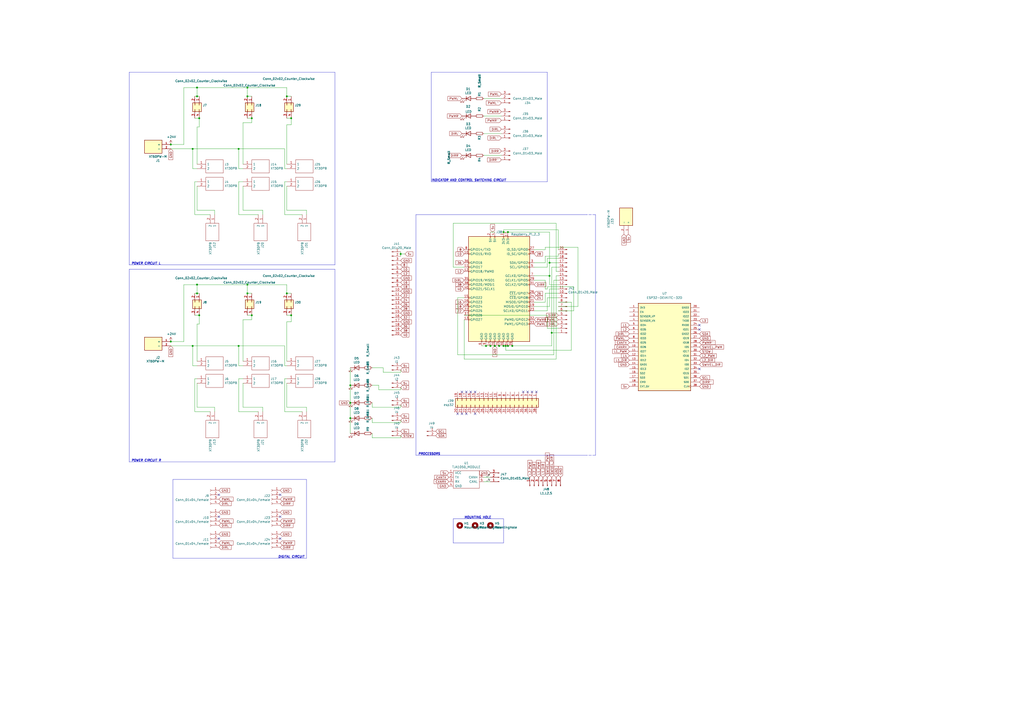
<source format=kicad_sch>
(kicad_sch (version 20211123) (generator eeschema)
  (paper "A2")
  (junction (at 99.06 198.12))
  (junction (at 111.76 86.36))
  (junction (at 99.06 83.82))
  (junction (at 294.64 134.62))
  (junction (at 292.1 134.62))
  (junction (at 168.91 182.88))
  (junction (at 166.37 170.18))
  (junction (at 232.41 147.32))
  (junction (at 289.56 200.66))
  (junction (at 138.43 200.66))
  (junction (at 166.37 55.88))
  (junction (at 114.3 170.18))
  (junction (at 114.3 55.88))
  (junction (at 284.48 200.66))
  (junction (at 203.2 242.57))
  (junction (at 138.43 86.36))
  (junction (at 318.77 152.4))
  (junction (at 203.2 223.52))
  (junction (at 143.51 170.18))
  (junction (at 143.51 50.8))
  (junction (at 143.51 165.1))
  (junction (at 297.18 200.66))
  (junction (at 168.91 68.58))
  (junction (at 114.3 165.1))
  (junction (at 203.2 233.68))
  (junction (at 114.3 50.8))
  (junction (at 146.05 182.88))
  (junction (at 294.64 200.66))
  (junction (at 111.76 200.66))
  (junction (at 115.57 182.88))
  (junction (at 292.1 200.66))
  (junction (at 320.04 193.04))
  (junction (at 287.02 200.66))
  (junction (at 146.05 68.58))
  (junction (at 143.51 55.88))
  (junction (at 293.37 200.66))
  (junction (at 318.77 160.02))
  (junction (at 281.94 200.66))
  (junction (at 115.57 68.58))
  (no_connect (at 270.51 240.03))
  (no_connect (at 127 287.02))
  (no_connect (at 275.59 240.03))
  (no_connect (at 267.97 240.03))
  (no_connect (at 127 299.72))
  (no_connect (at 405.765 191.135))
  (no_connect (at 308.61 227.33))
  (no_connect (at 303.53 227.33))
  (no_connect (at 306.07 227.33))
  (no_connect (at 162.56 299.72))
  (no_connect (at 405.765 213.995))
  (no_connect (at 270.51 227.33))
  (no_connect (at 267.97 227.33))
  (no_connect (at 273.05 227.33))
  (no_connect (at 162.56 287.02))
  (no_connect (at 265.43 240.03))
  (no_connect (at 275.59 227.33))
  (no_connect (at 405.765 188.595))
  (no_connect (at 127 312.42))
  (no_connect (at 311.15 227.33))
  (no_connect (at 162.56 312.42))
  (wire (pts (xy 318.77 165.1) (xy 323.85 165.1)))
  (wire (pts (xy 323.85 133.35) (xy 323.85 144.78)))
  (wire (pts (xy 232.41 215.9) (xy 232.41 214.63)))
  (wire (pts (xy 232.41 254) (xy 232.41 252.73)))
  (wire (pts (xy 219.71 226.06) (xy 232.41 226.06)))
  (wire (pts (xy 280.67 90.17) (xy 290.83 90.17)))
  (wire (pts (xy 215.9 236.22) (xy 232.41 236.22)))
  (wire (pts (xy 309.88 144.78) (xy 316.23 144.78)))
  (wire (pts (xy 317.5 149.86) (xy 323.85 149.86)))
  (wire (pts (xy 321.31 205.74) (xy 321.31 162.56)))
  (wire (pts (xy 99.06 200.66) (xy 111.76 200.66)))
  (wire (pts (xy 332.74 166.37) (xy 332.74 180.34)))
  (wire (pts (xy 138.43 200.66) (xy 165.1 200.66)))
  (wire (pts (xy 222.25 213.36) (xy 222.25 215.9)))
  (wire (pts (xy 309.88 180.34) (xy 317.5 180.34)))
  (wire (pts (xy 279.4 200.66) (xy 281.94 200.66)))
  (wire (pts (xy 166.37 222.25) (xy 166.37 236.22)))
  (wire (pts (xy 166.37 105.41) (xy 165.1 105.41)))
  (polyline (pts (xy 74.93 41.91) (xy 194.31 41.91)) (stroke (width 0) (type solid)))
  (wire (pts (xy 316.23 144.78) (xy 316.23 143.51)))
  (wire (pts (xy 165.1 238.76) (xy 175.26 238.76)))
  (wire (pts (xy 215.9 213.36) (xy 222.25 213.36)))
  (wire (pts (xy 114.3 187.96) (xy 115.57 187.96)))
  (wire (pts (xy 140.97 105.41) (xy 138.43 105.41)))
  (wire (pts (xy 140.97 209.55) (xy 140.97 185.42)))
  (wire (pts (xy 294.64 200.66) (xy 297.18 200.66)))
  (wire (pts (xy 111.76 212.09) (xy 114.3 212.09)))
  (wire (pts (xy 323.85 193.04) (xy 320.04 193.04)))
  (wire (pts (xy 317.5 172.72) (xy 323.85 172.72)))
  (wire (pts (xy 113.03 238.76) (xy 121.92 238.76)))
  (wire (pts (xy 165.1 86.36) (xy 165.1 97.79)))
  (wire (pts (xy 165.1 200.66) (xy 165.1 212.09)))
  (wire (pts (xy 309.88 152.4) (xy 316.23 152.4)))
  (wire (pts (xy 321.31 162.56) (xy 323.85 162.56)))
  (wire (pts (xy 265.43 205.74) (xy 321.31 205.74)))
  (wire (pts (xy 316.23 175.26) (xy 316.23 170.18)))
  (wire (pts (xy 166.37 170.18) (xy 168.91 170.18)))
  (wire (pts (xy 166.37 121.92) (xy 177.8 121.92)))
  (wire (pts (xy 309.88 154.94) (xy 317.5 154.94)))
  (wire (pts (xy 140.97 219.71) (xy 138.43 219.71)))
  (wire (pts (xy 114.3 222.25) (xy 114.3 236.22)))
  (wire (pts (xy 322.58 129.54) (xy 322.58 157.48)))
  (wire (pts (xy 215.9 251.46) (xy 215.9 254)))
  (wire (pts (xy 317.5 154.94) (xy 317.5 149.86)))
  (wire (pts (xy 114.3 95.25) (xy 114.3 73.66)))
  (wire (pts (xy 113.03 219.71) (xy 113.03 238.76)))
  (wire (pts (xy 143.51 55.88) (xy 146.05 55.88)))
  (wire (pts (xy 309.88 177.8) (xy 318.77 177.8)))
  (wire (pts (xy 292.1 133.35) (xy 323.85 133.35)))
  (polyline (pts (xy 317.5 105.41) (xy 317.5 41.91)) (stroke (width 0) (type solid)))
  (wire (pts (xy 318.77 167.64) (xy 318.77 177.8)))
  (wire (pts (xy 203.2 213.36) (xy 203.2 223.52)))
  (wire (pts (xy 114.3 55.88) (xy 114.3 50.8)))
  (wire (pts (xy 111.76 97.79) (xy 114.3 97.79)))
  (polyline (pts (xy 345.44 264.16) (xy 340.36 264.16)))
  (wire (pts (xy 140.97 107.95) (xy 140.97 121.92)))
  (polyline (pts (xy 292.1 300.99) (xy 292.1 314.96)) (stroke (width 0) (type solid)))
  (wire (pts (xy 320.04 193.04) (xy 320.04 200.66)))
  (wire (pts (xy 166.37 95.25) (xy 166.37 72.39)))
  (wire (pts (xy 114.3 209.55) (xy 114.3 187.96)))
  (wire (pts (xy 284.48 200.66) (xy 287.02 200.66)))
  (wire (pts (xy 124.46 236.22) (xy 124.46 238.76)))
  (wire (pts (xy 113.03 55.88) (xy 114.3 55.88)))
  (polyline (pts (xy 262.89 300.99) (xy 292.1 300.99)) (stroke (width 0) (type solid)))
  (wire (pts (xy 269.24 185.42) (xy 269.24 208.28)))
  (wire (pts (xy 99.06 83.82) (xy 106.68 83.82)))
  (wire (pts (xy 114.3 55.88) (xy 115.57 55.88)))
  (wire (pts (xy 113.03 124.46) (xy 121.92 124.46)))
  (wire (pts (xy 165.1 105.41) (xy 165.1 124.46)))
  (wire (pts (xy 143.51 68.58) (xy 146.05 68.58)))
  (wire (pts (xy 138.43 124.46) (xy 149.86 124.46)))
  (wire (pts (xy 316.23 167.64) (xy 317.5 167.64)))
  (wire (pts (xy 316.23 143.51) (xy 335.28 143.51)))
  (wire (pts (xy 166.37 209.55) (xy 166.37 186.69)))
  (wire (pts (xy 332.74 180.34) (xy 323.85 180.34)))
  (wire (pts (xy 114.3 170.18) (xy 114.3 165.1)))
  (wire (pts (xy 166.37 55.88) (xy 166.37 50.8)))
  (wire (pts (xy 335.28 177.8) (xy 323.85 177.8)))
  (wire (pts (xy 289.56 200.66) (xy 292.1 200.66)))
  (wire (pts (xy 166.37 236.22) (xy 177.8 236.22)))
  (wire (pts (xy 318.77 134.62) (xy 318.77 152.4)))
  (polyline (pts (xy 74.93 267.97) (xy 74.93 156.21)) (stroke (width 0) (type solid)))
  (wire (pts (xy 280.67 57.15) (xy 290.83 57.15)))
  (wire (pts (xy 317.5 166.37) (xy 332.74 166.37)))
  (wire (pts (xy 138.43 105.41) (xy 138.43 124.46)))
  (wire (pts (xy 318.77 160.02) (xy 318.77 165.1)))
  (wire (pts (xy 106.68 50.8) (xy 106.68 83.82)))
  (wire (pts (xy 146.05 68.58) (xy 146.05 71.12)))
  (wire (pts (xy 320.04 154.94) (xy 320.04 193.04)))
  (wire (pts (xy 280.67 276.86) (xy 284.48 276.86)))
  (wire (pts (xy 262.89 154.94) (xy 262.89 129.54)))
  (wire (pts (xy 138.43 212.09) (xy 140.97 212.09)))
  (polyline (pts (xy 241.3 124.46) (xy 340.36 124.46)) (stroke (width 0) (type solid)))
  (wire (pts (xy 292.1 134.62) (xy 294.64 134.62)))
  (wire (pts (xy 317.5 180.34) (xy 317.5 172.72)))
  (wire (pts (xy 309.88 160.02) (xy 318.77 160.02)))
  (wire (pts (xy 215.9 223.52) (xy 219.71 223.52)))
  (wire (pts (xy 262.89 129.54) (xy 322.58 129.54)))
  (wire (pts (xy 280.67 279.4) (xy 284.48 279.4)))
  (wire (pts (xy 138.43 86.36) (xy 165.1 86.36)))
  (wire (pts (xy 317.5 182.88) (xy 317.5 190.5)))
  (wire (pts (xy 166.37 68.58) (xy 168.91 68.58)))
  (wire (pts (xy 143.51 165.1) (xy 143.51 170.18)))
  (polyline (pts (xy 292.1 314.96) (xy 262.89 314.96)) (stroke (width 0) (type solid)))
  (wire (pts (xy 140.97 121.92) (xy 152.4 121.92)))
  (wire (pts (xy 138.43 238.76) (xy 149.86 238.76)))
  (wire (pts (xy 166.37 72.39) (xy 168.91 72.39)))
  (wire (pts (xy 168.91 68.58) (xy 168.91 72.39)))
  (wire (pts (xy 293.37 200.66) (xy 293.37 203.2)))
  (wire (pts (xy 215.9 245.11) (xy 232.41 245.11)))
  (wire (pts (xy 317.5 190.5) (xy 323.85 190.5)))
  (polyline (pts (xy 74.93 156.21) (xy 194.31 156.21)) (stroke (width 0) (type solid)))
  (wire (pts (xy 222.25 215.9) (xy 232.41 215.9)))
  (wire (pts (xy 166.37 219.71) (xy 165.1 219.71)))
  (wire (pts (xy 317.5 167.64) (xy 317.5 166.37)))
  (wire (pts (xy 320.04 154.94) (xy 323.85 154.94)))
  (wire (pts (xy 115.57 182.88) (xy 115.57 187.96)))
  (wire (pts (xy 114.3 73.66) (xy 115.57 73.66)))
  (wire (pts (xy 232.41 147.32) (xy 232.41 148.59)))
  (wire (pts (xy 166.37 182.88) (xy 168.91 182.88)))
  (wire (pts (xy 114.3 236.22) (xy 124.46 236.22)))
  (wire (pts (xy 232.41 245.11) (xy 232.41 243.84)))
  (wire (pts (xy 289.56 200.66) (xy 287.02 200.66)))
  (wire (pts (xy 106.68 165.1) (xy 106.68 198.12)))
  (polyline (pts (xy 194.31 41.91) (xy 194.31 153.67)) (stroke (width 0) (type solid)))
  (wire (pts (xy 219.71 223.52) (xy 219.71 226.06)))
  (wire (pts (xy 114.3 219.71) (xy 113.03 219.71)))
  (wire (pts (xy 165.1 212.09) (xy 166.37 212.09)))
  (wire (pts (xy 316.23 148.59) (xy 323.85 148.59)))
  (wire (pts (xy 113.03 68.58) (xy 115.57 68.58)))
  (wire (pts (xy 143.51 170.18) (xy 146.05 170.18)))
  (wire (pts (xy 203.2 223.52) (xy 203.2 233.68)))
  (wire (pts (xy 111.76 86.36) (xy 138.43 86.36)))
  (wire (pts (xy 168.91 182.88) (xy 168.91 186.69)))
  (wire (pts (xy 318.77 152.4) (xy 323.85 152.4)))
  (polyline (pts (xy 194.31 156.21) (xy 194.31 267.97)) (stroke (width 0) (type solid)))
  (wire (pts (xy 269.24 182.88) (xy 317.5 182.88)))
  (wire (pts (xy 215.9 242.57) (xy 215.9 245.11)))
  (wire (pts (xy 115.57 68.58) (xy 115.57 73.66)))
  (wire (pts (xy 293.37 200.66) (xy 292.1 200.66)))
  (wire (pts (xy 165.1 97.79) (xy 166.37 97.79)))
  (wire (pts (xy 309.88 175.26) (xy 316.23 175.26)))
  (polyline (pts (xy 340.36 264.16) (xy 241.3 264.16)) (stroke (width 0) (type solid)))
  (wire (pts (xy 232.41 236.22) (xy 232.41 234.95)))
  (wire (pts (xy 281.94 200.66) (xy 284.48 200.66)))
  (wire (pts (xy 166.37 107.95) (xy 166.37 121.92)))
  (wire (pts (xy 265.43 172.72) (xy 265.43 205.74)))
  (wire (pts (xy 335.28 143.51) (xy 335.28 177.8)))
  (wire (pts (xy 111.76 86.36) (xy 111.76 97.79)))
  (polyline (pts (xy 250.19 105.41) (xy 317.5 105.41)) (stroke (width 0) (type solid)))
  (wire (pts (xy 143.51 50.8) (xy 166.37 50.8)))
  (wire (pts (xy 322.58 160.02) (xy 323.85 160.02)))
  (wire (pts (xy 138.43 200.66) (xy 138.43 212.09)))
  (wire (pts (xy 152.4 236.22) (xy 152.4 238.76)))
  (polyline (pts (xy 177.8 278.13) (xy 177.8 323.85)) (stroke (width 0) (type solid)))
  (wire (pts (xy 114.3 107.95) (xy 114.3 121.92)))
  (wire (pts (xy 203.2 242.57) (xy 203.2 251.46)))
  (polyline (pts (xy 250.19 41.91) (xy 250.19 105.41)) (stroke (width 0) (type solid)))
  (wire (pts (xy 143.51 50.8) (xy 143.51 55.88)))
  (wire (pts (xy 166.37 170.18) (xy 166.37 165.1)))
  (wire (pts (xy 146.05 182.88) (xy 146.05 185.42)))
  (wire (pts (xy 322.58 208.28) (xy 322.58 160.02)))
  (wire (pts (xy 297.18 200.66) (xy 320.04 200.66)))
  (polyline (pts (xy 100.33 323.85) (xy 100.33 278.13)) (stroke (width 0) (type solid)))
  (wire (pts (xy 140.97 222.25) (xy 140.97 236.22)))
  (wire (pts (xy 114.3 50.8) (xy 106.68 50.8)))
  (wire (pts (xy 166.37 186.69) (xy 168.91 186.69)))
  (wire (pts (xy 138.43 97.79) (xy 140.97 97.79)))
  (wire (pts (xy 143.51 165.1) (xy 166.37 165.1)))
  (wire (pts (xy 290.83 67.31) (xy 280.67 67.31)))
  (wire (pts (xy 152.4 121.92) (xy 152.4 124.46)))
  (wire (pts (xy 114.3 121.92) (xy 124.46 121.92)))
  (wire (pts (xy 309.88 162.56) (xy 316.23 162.56)))
  (wire (pts (xy 316.23 152.4) (xy 316.23 148.59)))
  (wire (pts (xy 114.3 165.1) (xy 106.68 165.1)))
  (wire (pts (xy 124.46 121.92) (xy 124.46 124.46)))
  (wire (pts (xy 99.06 86.36) (xy 111.76 86.36)))
  (wire (pts (xy 138.43 219.71) (xy 138.43 238.76)))
  (wire (pts (xy 140.97 236.22) (xy 152.4 236.22)))
  (wire (pts (xy 323.85 148.59) (xy 323.85 147.32)))
  (wire (pts (xy 232.41 146.05) (xy 232.41 147.32)))
  (wire (pts (xy 322.58 157.48) (xy 323.85 157.48)))
  (wire (pts (xy 113.03 105.41) (xy 113.03 124.46)))
  (wire (pts (xy 177.8 121.92) (xy 177.8 124.46)))
  (wire (pts (xy 287.02 134.62) (xy 284.48 134.62)))
  (polyline (pts (xy 241.3 264.16) (xy 241.3 124.46)) (stroke (width 0) (type solid)))
  (wire (pts (xy 232.41 226.06) (xy 232.41 224.79)))
  (wire (pts (xy 111.76 200.66) (xy 138.43 200.66)))
  (wire (pts (xy 177.8 236.22) (xy 177.8 238.76)))
  (wire (pts (xy 269.24 154.94) (xy 262.89 154.94)))
  (polyline (pts (xy 100.33 278.13) (xy 177.8 278.13)) (stroke (width 0) (type solid)))
  (wire (pts (xy 166.37 55.88) (xy 168.91 55.88)))
  (wire (pts (xy 215.9 233.68) (xy 215.9 236.22)))
  (wire (pts (xy 143.51 182.88) (xy 146.05 182.88)))
  (wire (pts (xy 331.47 175.26) (xy 323.85 175.26)))
  (wire (pts (xy 265.43 172.72) (xy 269.24 172.72)))
  (polyline (pts (xy 317.5 41.91) (xy 250.19 41.91)) (stroke (width 0) (type solid)))
  (wire (pts (xy 114.3 165.1) (xy 143.51 165.1)))
  (polyline (pts (xy 345.44 124.46) (xy 345.44 264.16)) (stroke (width 0) (type solid)))
  (wire (pts (xy 140.97 95.25) (xy 140.97 71.12)))
  (wire (pts (xy 293.37 203.2) (xy 331.47 203.2)))
  (wire (pts (xy 318.77 152.4) (xy 318.77 160.02)))
  (wire (pts (xy 316.23 170.18) (xy 323.85 170.18)))
  (wire (pts (xy 215.9 254) (xy 232.41 254)))
  (wire (pts (xy 203.2 233.68) (xy 203.2 242.57)))
  (wire (pts (xy 140.97 185.42) (xy 146.05 185.42)))
  (polyline (pts (xy 194.31 153.67) (xy 74.93 153.67)) (stroke (width 0) (type solid)))
  (wire (pts (xy 331.47 203.2) (xy 331.47 175.26)))
  (wire (pts (xy 234.95 147.32) (xy 232.41 147.32)))
  (wire (pts (xy 114.3 105.41) (xy 113.03 105.41)))
  (wire (pts (xy 140.97 71.12) (xy 146.05 71.12)))
  (wire (pts (xy 292.1 134.62) (xy 292.1 133.35)))
  (wire (pts (xy 138.43 86.36) (xy 138.43 97.79)))
  (wire (pts (xy 165.1 124.46) (xy 175.26 124.46)))
  (wire (pts (xy 165.1 219.71) (xy 165.1 238.76)))
  (wire (pts (xy 316.23 162.56) (xy 316.23 167.64)))
  (wire (pts (xy 294.64 134.62) (xy 318.77 134.62)))
  (wire (pts (xy 111.76 200.66) (xy 111.76 212.09)))
  (wire (pts (xy 114.3 170.18) (xy 115.57 170.18)))
  (wire (pts (xy 113.03 170.18) (xy 114.3 170.18)))
  (wire (pts (xy 114.3 50.8) (xy 143.51 50.8)))
  (polyline (pts (xy 262.89 314.96) (xy 262.89 300.99)) (stroke (width 0) (type solid)))
  (polyline (pts (xy 74.93 153.67) (xy 74.93 41.91)) (stroke (width 0) (type solid)))
  (wire (pts (xy 99.06 198.12) (xy 106.68 198.12)))
  (wire (pts (xy 318.77 167.64) (xy 323.85 167.64)))
  (polyline (pts (xy 177.8 323.85) (xy 100.33 323.85)) (stroke (width 0) (type solid)))
  (wire (pts (xy 113.03 182.88) (xy 115.57 182.88)))
  (wire (pts (xy 269.24 208.28) (xy 322.58 208.28)))
  (wire (pts (xy 294.64 200.66) (xy 293.37 200.66)))
  (polyline (pts (xy 345.44 124.46) (xy 340.36 124.46)))
  (polyline (pts (xy 194.31 267.97) (xy 74.93 267.97)) (stroke (width 0) (type solid)))
  (wire (pts (xy 290.83 77.47) (xy 280.67 77.47)))
  (text "INDICATOR AND CONTROL SWITCHING CIRCUIT\n" (at 250.19 105.41 0) (effects (font (size 1.27 1.27) (thickness 0.254) bold italic) (justify left bottom)))
  (text "DIGITAL CIRCUIT\n" (at 161.29 323.85 0) (effects (font (size 1.27 1.27) (thickness 0.254) bold italic) (justify left bottom)))
  (text "MOUNTING HOLE" (at 269.24 300.99 0) (effects (font (size 1.27 1.27) (thickness 0.254) bold italic) (justify left bottom)))
  (text "POWER CIRCUIT L\n" (at 76.2 153.67 0) (effects (font (size 1.27 1.27) (thickness 0.254) bold italic) (justify left bottom)))
  (text "POWER CIRCUIT R" (at 76.2 267.97 0) (effects (font (size 1.27 1.27) (thickness 0.254) bold italic) (justify left bottom)))
  (text "PROCESSORS" (at 242.57 264.16 0) (effects (font (size 1.27 1.27) (thickness 0.254) bold italic) (justify left bottom)))
  (label "_P" (at 281.94 276.86 0))
  (label "_N" (at 281.94 279.4 0))
  (global_label "PWMR'" (shape input) (at 162.56 302.26 0) (property "Intersheet References" "${INTERSHEET_REFS}" (effects hide)))
  (global_label "26" (shape input) (at 309.88 170.18 0) (property "Intersheet References" "${INTERSHEET_REFS}" (effects hide)))
  (global_label "22" (shape input) (at 232.41 171.45 0) (property "Intersheet References" "${INTERSHEET_REFS}" (effects hide)))
  (global_label "40" (shape input) (at 232.41 194.31 0) (property "Intersheet References" "${INTERSHEET_REFS}" (effects hide)))
  (global_label "PWMR" (shape input) (at 290.83 64.77 180) (property "Intersheet References" "${INTERSHEET_REFS}" (effects hide)))
  (global_label "8" (shape input) (at 269.24 144.78 180) (property "Intersheet References" "${INTERSHEET_REFS}" (effects hide)))
  (global_label "5v" (shape input) (at 232.41 241.3 0) (property "Intersheet References" "${INTERSHEET_REFS}" (effects hide)))
  (global_label "GND" (shape input) (at 232.41 161.29 0) (property "Intersheet References" "${INTERSHEET_REFS}" (effects hide)))
  (global_label "GND" (shape input) (at 232.41 151.13 0) (property "Intersheet References" "${INTERSHEET_REFS}" (effects hide)))
  (global_label "5v" (shape input) (at 364.49 135.89 270) (property "Intersheet References" "${INTERSHEET_REFS}" (effects hide)))
  (global_label "DIRL''" (shape input) (at 365.125 193.675 180) (property "Intersheet References" "${INTERSHEET_REFS}" (effects hide)))
  (global_label "L1_PWM" (shape input) (at 365.125 203.835 180) (property "Intersheet References" "${INTERSHEET_REFS}" (effects hide)))
  (global_label "PWML'" (shape input) (at 127 314.96 0) (property "Intersheet References" "${INTERSHEET_REFS}" (effects hide)))
  (global_label "GND" (shape input) (at 127 309.88 0) (property "Intersheet References" "${INTERSHEET_REFS}" (effects hide)))
  (global_label "DIRR" (shape input) (at 309.88 165.1 0) (property "Intersheet References" "${INTERSHEET_REFS}" (effects hide)))
  (global_label "32" (shape input) (at 232.41 184.15 0) (property "Intersheet References" "${INTERSHEET_REFS}" (effects hide)))
  (global_label "PWMR''" (shape input) (at 405.765 198.755 0) (property "Intersheet References" "${INTERSHEET_REFS}" (effects hide)))
  (global_label "DIRR" (shape input) (at 323.85 182.88 180) (property "Intersheet References" "${INTERSHEET_REFS}" (effects hide)))
  (global_label "GND" (shape input) (at 162.56 284.48 0) (property "Intersheet References" "${INTERSHEET_REFS}" (effects hide)))
  (global_label "PWML" (shape input) (at 323.85 185.42 180) (property "Intersheet References" "${INTERSHEET_REFS}" (effects hide)))
  (global_label "L1" (shape input) (at 232.41 214.63 0) (property "Intersheet References" "${INTERSHEET_REFS}" (effects hide)))
  (global_label "GND" (shape input) (at 127 284.48 0) (property "Intersheet References" "${INTERSHEET_REFS}" (effects hide)))
  (global_label "PWML'" (shape input) (at 127 289.56 0) (property "Intersheet References" "${INTERSHEET_REFS}" (effects hide)))
  (global_label "GND" (shape input) (at 99.06 86.36 270) (property "Intersheet References" "${INTERSHEET_REFS}" (effects hide)))
  (global_label "PWML'" (shape input) (at 127 302.26 0) (property "Intersheet References" "${INTERSHEET_REFS}" (effects hide)))
  (global_label "36" (shape input) (at 269.24 152.4 180) (property "Intersheet References" "${INTERSHEET_REFS}" (effects hide)))
  (global_label "26" (shape input) (at 232.41 176.53 0) (property "Intersheet References" "${INTERSHEET_REFS}" (effects hide)))
  (global_label "DIRL'" (shape input) (at 127 304.8 0) (property "Intersheet References" "${INTERSHEET_REFS}" (effects hide)))
  (global_label "GND" (shape input) (at 99.06 200.66 270) (property "Intersheet References" "${INTERSHEET_REFS}" (effects hide)))
  (global_label "L2_PWM" (shape input) (at 405.765 206.375 0) (property "Intersheet References" "${INTERSHEET_REFS}" (effects hide)))
  (global_label "L1" (shape input) (at 365.125 188.595 180) (property "Intersheet References" "${INTERSHEET_REFS}" (effects hide)))
  (global_label "PWML" (shape input) (at 290.83 54.61 180) (property "Intersheet References" "${INTERSHEET_REFS}" (effects hide)))
  (global_label "L1_PWM" (shape input) (at 312.42 276.86 90) (property "Intersheet References" "${INTERSHEET_REFS}" (effects hide)))
  (global_label "DIRR" (shape input) (at 290.83 87.63 180) (property "Intersheet References" "${INTERSHEET_REFS}" (effects hide)))
  (global_label "PWML''" (shape input) (at 365.125 196.215 180) (property "Intersheet References" "${INTERSHEET_REFS}" (effects hide)))
  (global_label "DIRL" (shape input) (at 290.83 74.93 180) (property "Intersheet References" "${INTERSHEET_REFS}" (effects hide)))
  (global_label "DIRR''" (shape input) (at 405.765 221.615 0) (property "Intersheet References" "${INTERSHEET_REFS}" (effects hide)))
  (global_label "16" (shape input) (at 232.41 163.83 0) (property "Intersheet References" "${INTERSHEET_REFS}" (effects hide)))
  (global_label "CANTX" (shape input) (at 365.125 198.755 180) (property "Intersheet References" "${INTERSHEET_REFS}" (effects hide)))
  (global_label "L2_DIR" (shape input) (at 309.88 276.86 90) (property "Intersheet References" "${INTERSHEET_REFS}" (effects hide)))
  (global_label "GND" (shape input) (at 287.02 200.66 270) (property "Intersheet References" "${INTERSHEET_REFS}" (effects hide)))
  (global_label "18" (shape input) (at 269.24 177.8 180) (property "Intersheet References" "${INTERSHEET_REFS}" (effects hide)))
  (global_label "DIRR'" (shape input) (at 162.56 317.5 0) (property "Intersheet References" "${INTERSHEET_REFS}" (effects hide)))
  (global_label "PWMR'" (shape input) (at 162.56 314.96 0) (property "Intersheet References" "${INTERSHEET_REFS}" (effects hide)))
  (global_label "GND" (shape input) (at 232.41 181.61 0) (property "Intersheet References" "${INTERSHEET_REFS}" (effects hide)))
  (global_label "L2_DIR" (shape input) (at 405.765 208.915 0) (property "Intersheet References" "${INTERSHEET_REFS}" (effects hide)))
  (global_label "GND" (shape input) (at 365.125 211.455 180) (property "Intersheet References" "${INTERSHEET_REFS}" (effects hide)))
  (global_label "L1_DIR" (shape input) (at 365.125 208.915 180) (property "Intersheet References" "${INTERSHEET_REFS}" (effects hide)))
  (global_label "GND" (shape input) (at 127 297.18 0) (property "Intersheet References" "${INTERSHEET_REFS}" (effects hide)))
  (global_label "STOW" (shape input) (at 232.41 252.73 0) (property "Intersheet References" "${INTERSHEET_REFS}" (effects hide)))
  (global_label "24" (shape input) (at 309.88 172.72 0) (property "Intersheet References" "${INTERSHEET_REFS}" (effects hide)))
  (global_label "38" (shape input) (at 232.41 191.77 0) (property "Intersheet References" "${INTERSHEET_REFS}" (effects hide)))
  (global_label "5v" (shape input) (at 232.41 222.25 0) (property "Intersheet References" "${INTERSHEET_REFS}" (effects hide)))
  (global_label "GND" (shape input) (at 405.765 196.215 0) (property "Intersheet References" "${INTERSHEET_REFS}" (effects hide)))
  (global_label "CANRX" (shape input) (at 260.35 279.4 180) (property "Intersheet References" "${INTERSHEET_REFS}" (effects hide)))
  (global_label "28" (shape input) (at 309.88 147.32 0) (property "Intersheet References" "${INTERSHEET_REFS}" (effects hide)))
  (global_label "L2" (shape input) (at 365.125 191.135 180) (property "Intersheet References" "${INTERSHEET_REFS}" (effects hide)))
  (global_label "DIRR'" (shape input) (at 267.97 90.17 180) (property "Intersheet References" "${INTERSHEET_REFS}" (effects hide)))
  (global_label "5v" (shape input) (at 232.41 250.19 0) (property "Intersheet References" "${INTERSHEET_REFS}" (effects hide)))
  (global_label "PWML''" (shape input) (at 290.83 59.69 180) (property "Intersheet References" "${INTERSHEET_REFS}" (effects hide)))
  (global_label "L4" (shape input) (at 365.125 206.375 180) (property "Intersheet References" "${INTERSHEET_REFS}" (effects hide)))
  (global_label "5v" (shape input) (at 260.35 274.32 180) (property "Intersheet References" "${INTERSHEET_REFS}" (effects hide)))
  (global_label "10" (shape input) (at 269.24 147.32 180) (property "Intersheet References" "${INTERSHEET_REFS}" (effects hide)))
  (global_label "L1_DIR" (shape input) (at 314.96 276.86 90) (property "Intersheet References" "${INTERSHEET_REFS}" (effects hide)))
  (global_label "DIRL" (shape input) (at 323.85 187.96 180) (property "Intersheet References" "${INTERSHEET_REFS}" (effects hide)))
  (global_label "L3" (shape input) (at 405.765 186.055 0) (property "Intersheet References" "${INTERSHEET_REFS}" (effects hide)))
  (global_label "5v" (shape input) (at 285.75 134.62 90) (property "Intersheet References" "${INTERSHEET_REFS}" (effects hide)))
  (global_label "SCL" (shape input) (at 252.73 250.19 0) (property "Intersheet References" "${INTERSHEET_REFS}" (effects hide)))
  (global_label "5v" (shape input) (at 365.125 224.155 180) (property "Intersheet References" "${INTERSHEET_REFS}" (effects hide)))
  (global_label "DIRR'" (shape input) (at 162.56 292.1 0) (property "Intersheet References" "${INTERSHEET_REFS}" (effects hide)))
  (global_label "DIRL" (shape input) (at 269.24 162.56 180) (property "Intersheet References" "${INTERSHEET_REFS}" (effects hide)))
  (global_label "8" (shape input) (at 232.41 153.67 0) (property "Intersheet References" "${INTERSHEET_REFS}" (effects hide)))
  (global_label "PWMR''" (shape input) (at 290.83 69.85 180) (property "Intersheet References" "${INTERSHEET_REFS}" (effects hide)))
  (global_label "GND" (shape input) (at 260.35 281.94 180) (property "Intersheet References" "${INTERSHEET_REFS}" (effects hide)))
  (global_label "GND" (shape input) (at 162.56 309.88 0) (property "Intersheet References" "${INTERSHEET_REFS}" (effects hide)))
  (global_label "SWIVEL_PWM" (shape input) (at 405.765 201.295 0) (property "Intersheet References" "${INTERSHEET_REFS}" (effects hide)))
  (global_label "24" (shape input) (at 232.41 173.99 0) (property "Intersheet References" "${INTERSHEET_REFS}" (effects hide)))
  (global_label "GND" (shape input) (at 203.2 233.68 180) (property "Intersheet References" "${INTERSHEET_REFS}" (effects hide)))
  (global_label "STOW" (shape input) (at 405.765 203.835 0) (property "Intersheet References" "${INTERSHEET_REFS}" (effects hide)))
  (global_label "5v" (shape input) (at 232.41 212.09 0) (property "Intersheet References" "${INTERSHEET_REFS}" (effects hide)))
  (global_label "28" (shape input) (at 232.41 179.07 0) (property "Intersheet References" "${INTERSHEET_REFS}" (effects hide)))
  (global_label "GND" (shape input) (at 325.12 276.86 90) (property "Intersheet References" "${INTERSHEET_REFS}" (effects hide)))
  (global_label "18" (shape input) (at 232.41 166.37 0) (property "Intersheet References" "${INTERSHEET_REFS}" (effects hide)))
  (global_label "22" (shape input) (at 269.24 180.34 180) (property "Intersheet References" "${INTERSHEET_REFS}" (effects hide)))
  (global_label "PWML" (shape input) (at 309.88 187.96 0) (property "Intersheet References" "${INTERSHEET_REFS}" (effects hide)))
  (global_label "L3" (shape input) (at 232.41 234.95 0) (property "Intersheet References" "${INTERSHEET_REFS}" (effects hide)))
  (global_label "SDA" (shape input) (at 252.73 252.73 0) (property "Intersheet References" "${INTERSHEET_REFS}" (effects hide)))
  (global_label "PWMR'" (shape input) (at 267.97 67.31 180) (property "Intersheet References" "${INTERSHEET_REFS}" (effects hide)))
  (global_label "16" (shape input) (at 269.24 175.26 180) (property "Intersheet References" "${INTERSHEET_REFS}" (effects hide)))
  (global_label "DIRL'" (shape input) (at 267.97 77.47 180) (property "Intersheet References" "${INTERSHEET_REFS}" (effects hide)))
  (global_label "DIRL''" (shape input) (at 290.83 80.01 180) (property "Intersheet References" "${INTERSHEET_REFS}" (effects hide)))
  (global_label "DIRR''" (shape input) (at 290.83 92.71 180) (property "Intersheet References" "${INTERSHEET_REFS}" (effects hide)))
  (global_label "DIRL'" (shape input) (at 127 292.1 0) (property "Intersheet References" "${INTERSHEET_REFS}" (effects hide)))
  (global_label "SWIVEL_PWM" (shape input) (at 317.5 276.86 90) (property "Intersheet References" "${INTERSHEET_REFS}" (effects hide)))
  (global_label "38" (shape input) (at 269.24 165.1 180) (property "Intersheet References" "${INTERSHEET_REFS}" (effects hide)))
  (global_label "GND" (shape input) (at 361.95 135.89 270) (property "Intersheet References" "${INTERSHEET_REFS}" (effects hide)))
  (global_label "5v" (shape input) (at 232.41 232.41 0) (property "Intersheet References" "${INTERSHEET_REFS}" (effects hide)))
  (global_label "CANTX" (shape input) (at 260.35 276.86 180) (property "Intersheet References" "${INTERSHEET_REFS}" (effects hide)))
  (global_label "GND" (shape input) (at 232.41 168.91 0) (property "Intersheet References" "${INTERSHEET_REFS}" (effects hide)))
  (global_label "SWIVEL_DIR" (shape input) (at 405.765 211.455 0) (property "Intersheet References" "${INTERSHEET_REFS}" (effects hide)))
  (global_label "5v" (shape input) (at 234.95 147.32 0) (property "Intersheet References" "${INTERSHEET_REFS}" (effects hide)))
  (global_label "GND" (shape input) (at 162.56 297.18 0) (property "Intersheet References" "${INTERSHEET_REFS}" (effects hide)))
  (global_label "SDA" (shape input) (at 405.765 193.675 0) (property "Intersheet References" "${INTERSHEET_REFS}" (effects hide)))
  (global_label "40" (shape input) (at 269.24 167.64 180) (property "Intersheet References" "${INTERSHEET_REFS}" (effects hide)))
  (global_label "DIRR'" (shape input) (at 162.56 304.8 0) (property "Intersheet References" "${INTERSHEET_REFS}" (effects hide)))
  (global_label "PWMR'" (shape input) (at 162.56 289.56 0) (property "Intersheet References" "${INTERSHEET_REFS}" (effects hide)))
  (global_label "SWIVEL_DIR" (shape input) (at 320.04 276.86 90) (property "Intersheet References" "${INTERSHEET_REFS}" (effects hide)))
  (global_label "12" (shape input) (at 232.41 158.75 0) (property "Intersheet References" "${INTERSHEET_REFS}" (effects hide)))
  (global_label "CANRX" (shape input) (at 365.125 201.295 180) (property "Intersheet References" "${INTERSHEET_REFS}" (effects hide)))
  (global_label "GND" (shape input) (at 284.48 274.32 180) (property "Intersheet References" "${INTERSHEET_REFS}" (effects hide)))
  (global_label "DIRL'" (shape input) (at 127 317.5 0) (property "Intersheet References" "${INTERSHEET_REFS}" (effects hide)))
  (global_label "10" (shape input) (at 232.41 156.21 0) (property "Intersheet References" "${INTERSHEET_REFS}" (effects hide)))
  (global_label "GND" (shape input) (at 405.765 224.155 0) (property "Intersheet References" "${INTERSHEET_REFS}" (effects hide)))
  (global_label "36" (shape input) (at 232.41 189.23 0) (property "Intersheet References" "${INTERSHEET_REFS}" (effects hide)))
  (global_label "L2_PWM" (shape input) (at 307.34 276.86 90) (property "Intersheet References" "${INTERSHEET_REFS}" (effects hide)))
  (global_label "GND" (shape input) (at 232.41 186.69 0) (property "Intersheet References" "${INTERSHEET_REFS}" (effects hide)))
  (global_label "L4" (shape input) (at 232.41 243.84 0) (property "Intersheet References" "${INTERSHEET_REFS}" (effects hide)))
  (global_label "GND" (shape input) (at 322.58 276.86 90) (property "Intersheet References" "${INTERSHEET_REFS}" (effects hide)))
  (global_label "PWMR" (shape input) (at 309.88 185.42 0) (property "Intersheet References" "${INTERSHEET_REFS}" (effects hide)))
  (global_label "PWML'" (shape input) (at 267.97 57.15 180) (property "Intersheet References" "${INTERSHEET_REFS}" (effects hide)))
  (global_label "12" (shape input) (at 269.24 157.48 180) (property "Intersheet References" "${INTERSHEET_REFS}" (effects hide)))
  (global_label "SCL" (shape input) (at 405.765 219.075 0) (property "Intersheet References" "${INTERSHEET_REFS}" (effects hide)))
  (global_label "L2" (shape input) (at 232.41 224.79 0) (property "Intersheet References" "${INTERSHEET_REFS}" (effects hide)))
  (symbol (lib_id "power:+24V") (at 99.06 83.82 0) (unit 1)
    (property "Reference" "#PWR01" (effects hide))
    (property "Value" "+24V" (at 99.441 79.4258 0))
  )
  (symbol (lib_id "Connector_Generic:Conn_02x02_Counter_Clockwise") (at 115.57 60.96 270) (unit 1)
    (property "Reference" "J7" (at 117.602 61.0616 90) (effects (justify left)))
    (property "Value" "Conn_02x02_Counter_Clockwise" (at 101.6 46.99 90) (effects (justify left)))
    (property "Footprint" "fuse holder:fuseholder_355720" (effects hide))
  )
  (symbol (lib_id "Connector_Generic:Conn_02x02_Counter_Clockwise") (at 146.05 60.96 270) (unit 1)
    (property "Reference" "J18" (at 148.082 61.0616 90) (effects (justify left)))
    (property "Value" "Conn_02x02_Counter_Clockwise" (at 129.54 49.53 90) (effects (justify left)))
    (property "Footprint" "fuse holder:fuseholder_355720" (effects hide))
  )
  (symbol (lib_id "Connector_Generic:Conn_02x02_Counter_Clockwise") (at 168.91 60.96 270) (unit 1)
    (property "Reference" "J29" (at 170.942 61.0616 90) (effects (justify left)))
    (property "Value" "Conn_02x02_Counter_Clockwise" (at 152.4 45.72 90) (effects (justify left)))
    (property "Footprint" "fuse holder:fuseholder_355720" (effects hide))
  )
  (symbol (lib_id "2023-control-pcb-rescue:XT60PW-M-xt60") (at 88.9 86.36 0) (mirror y) (unit 1)
    (property "Reference" "J1" (at 91.6178 93.1418 0))
    (property "Value" "XT60PW-M" (at 91.6178 90.8304 0))
    (property "Footprint" "xt60:AMASS_XT60PW-M" (effects hide))
    (property "MAXIMUM_PACKAGE_HEIGHT" "8.4 mm" (effects hide))
    (property "STANDARD" "Manufacturer recommendations" (effects hide))
    (property "PARTREV" "V1.2" (effects hide))
    (property "MANUFACTURER" "AMASS" (effects hide))
  )
  (symbol (lib_id "2023-control-pcb-rescue:XT30PB-xt30") (at 140.97 95.25 0) (unit 1)
    (property "Reference" "J14" (at 156.9212 95.3516 0) (effects (justify left)))
    (property "Value" "XT30PB" (at 156.9212 97.663 0) (effects (justify left)))
    (property "Footprint" "general components:XT30PB" (effects hide))
    (property "Datasheet" "https://www.tme.eu/Document/4acc913878197f8c2e30d4b8cdc47230/XT30UPB%20SPEC.pdf" (effects hide))
    (property "Description" "Mini XT60 XT30 Connector for RC Multirotor Racing Drone Quadcopter" (effects hide))
    (property "Height" "10.7" (effects hide))
    (property "Manufacturer_Name" "Amass" (effects hide))
    (property "Manufacturer_Part_Number" "XT30PB" (effects hide))
  )
  (symbol (lib_id "2023-control-pcb-rescue:XT30PB-xt30") (at 140.97 105.41 0) (unit 1)
    (property "Reference" "J15" (at 156.9212 105.5116 0) (effects (justify left)))
    (property "Value" "XT30PB" (at 156.9212 107.823 0) (effects (justify left)))
    (property "Footprint" "general components:XT30PB" (effects hide))
    (property "Datasheet" "https://www.tme.eu/Document/4acc913878197f8c2e30d4b8cdc47230/XT30UPB%20SPEC.pdf" (effects hide))
    (property "Description" "Mini XT60 XT30 Connector for RC Multirotor Racing Drone Quadcopter" (effects hide))
    (property "Height" "10.7" (effects hide))
    (property "Manufacturer_Name" "Amass" (effects hide))
    (property "Manufacturer_Part_Number" "XT30PB" (effects hide))
  )
  (symbol (lib_id "2023-control-pcb-rescue:XT30PB-xt30") (at 114.3 95.25 0) (unit 1)
    (property "Reference" "J3" (at 130.2512 95.3516 0) (effects (justify left)))
    (property "Value" "XT30PB" (at 130.2512 97.663 0) (effects (justify left)))
    (property "Footprint" "general components:XT30PB" (effects hide))
    (property "Datasheet" "https://www.tme.eu/Document/4acc913878197f8c2e30d4b8cdc47230/XT30UPB%20SPEC.pdf" (effects hide))
    (property "Description" "Mini XT60 XT30 Connector for RC Multirotor Racing Drone Quadcopter" (effects hide))
    (property "Height" "10.7" (effects hide))
    (property "Manufacturer_Name" "Amass" (effects hide))
    (property "Manufacturer_Part_Number" "XT30PB" (effects hide))
  )
  (symbol (lib_id "2023-control-pcb-rescue:XT30PB-xt30") (at 114.3 105.41 0) (unit 1)
    (property "Reference" "J4" (at 130.2512 105.5116 0) (effects (justify left)))
    (property "Value" "XT30PB" (at 130.2512 107.823 0) (effects (justify left)))
    (property "Footprint" "general components:XT30PB" (effects hide))
    (property "Datasheet" "https://www.tme.eu/Document/4acc913878197f8c2e30d4b8cdc47230/XT30UPB%20SPEC.pdf" (effects hide))
    (property "Description" "Mini XT60 XT30 Connector for RC Multirotor Racing Drone Quadcopter" (effects hide))
    (property "Height" "10.7" (effects hide))
    (property "Manufacturer_Name" "Amass" (effects hide))
    (property "Manufacturer_Part_Number" "XT30PB" (effects hide))
  )
  (symbol (lib_id "2023-control-pcb-rescue:XT30PB-xt30") (at 166.37 95.25 0) (unit 1)
    (property "Reference" "J25" (at 182.3212 95.3516 0) (effects (justify left)))
    (property "Value" "XT30PB" (at 182.3212 97.663 0) (effects (justify left)))
    (property "Footprint" "general components:XT30PB" (effects hide))
    (property "Datasheet" "https://www.tme.eu/Document/4acc913878197f8c2e30d4b8cdc47230/XT30UPB%20SPEC.pdf" (effects hide))
    (property "Description" "Mini XT60 XT30 Connector for RC Multirotor Racing Drone Quadcopter" (effects hide))
    (property "Height" "10.7" (effects hide))
    (property "Manufacturer_Name" "Amass" (effects hide))
    (property "Manufacturer_Part_Number" "XT30PB" (effects hide))
  )
  (symbol (lib_id "2023-control-pcb-rescue:XT30PB-xt30") (at 166.37 105.41 0) (unit 1)
    (property "Reference" "J26" (at 182.3212 105.5116 0) (effects (justify left)))
    (property "Value" "XT30PB" (at 182.3212 107.823 0) (effects (justify left)))
    (property "Footprint" "general components:XT30PB" (effects hide))
    (property "Datasheet" "https://www.tme.eu/Document/4acc913878197f8c2e30d4b8cdc47230/XT30UPB%20SPEC.pdf" (effects hide))
    (property "Description" "Mini XT60 XT30 Connector for RC Multirotor Racing Drone Quadcopter" (effects hide))
    (property "Height" "10.7" (effects hide))
    (property "Manufacturer_Name" "Amass" (effects hide))
    (property "Manufacturer_Part_Number" "XT30PB" (effects hide))
  )
  (symbol (lib_id "2023-control-pcb-rescue:XT30PB-xt30") (at 177.8 124.46 270) (unit 1)
    (property "Reference" "J31" (at 177.6984 140.4112 0) (effects (justify left)))
    (property "Value" "XT30PB" (at 175.387 140.4112 0) (effects (justify left)))
    (property "Footprint" "general components:XT30PB" (effects hide))
    (property "Datasheet" "https://www.tme.eu/Document/4acc913878197f8c2e30d4b8cdc47230/XT30UPB%20SPEC.pdf" (effects hide))
    (property "Description" "Mini XT60 XT30 Connector for RC Multirotor Racing Drone Quadcopter" (effects hide))
    (property "Height" "10.7" (effects hide))
    (property "Manufacturer_Name" "Amass" (effects hide))
    (property "Manufacturer_Part_Number" "XT30PB" (effects hide))
  )
  (symbol (lib_id "2023-control-pcb-rescue:XT30PB-xt30") (at 152.4 124.46 270) (unit 1)
    (property "Reference" "J20" (at 152.2984 140.4112 0) (effects (justify left)))
    (property "Value" "XT30PB" (at 149.987 140.4112 0) (effects (justify left)))
    (property "Footprint" "general components:XT30PB" (effects hide))
    (property "Datasheet" "https://www.tme.eu/Document/4acc913878197f8c2e30d4b8cdc47230/XT30UPB%20SPEC.pdf" (effects hide))
    (property "Description" "Mini XT60 XT30 Connector for RC Multirotor Racing Drone Quadcopter" (effects hide))
    (property "Height" "10.7" (effects hide))
    (property "Manufacturer_Name" "Amass" (effects hide))
    (property "Manufacturer_Part_Number" "XT30PB" (effects hide))
  )
  (symbol (lib_id "2023-control-pcb-rescue:XT30PB-xt30") (at 124.46 124.46 270) (unit 1)
    (property "Reference" "J12" (at 124.3584 140.4112 0) (effects (justify left)))
    (property "Value" "XT30PB" (at 122.047 140.4112 0) (effects (justify left)))
    (property "Footprint" "general components:XT30PB" (effects hide))
    (property "Datasheet" "https://www.tme.eu/Document/4acc913878197f8c2e30d4b8cdc47230/XT30UPB%20SPEC.pdf" (effects hide))
    (property "Description" "Mini XT60 XT30 Connector for RC Multirotor Racing Drone Quadcopter" (effects hide))
    (property "Height" "10.7" (effects hide))
    (property "Manufacturer_Name" "Amass" (effects hide))
    (property "Manufacturer_Part_Number" "XT30PB" (effects hide))
  )
  (symbol (lib_id "Mechanical:MountingHole") (at 266.7 304.8 0) (unit 1)
    (property "Reference" "H1" (at 269.24 303.6316 0) (effects (justify left)))
    (property "Value" "MountingHole" (at 269.24 305.943 0) (effects (justify left)))
    (property "Footprint" "MountingHole:MountingHole_5.3mm_M5_DIN965" (effects hide))
  )
  (symbol (lib_id "Mechanical:MountingHole") (at 275.59 304.8 0) (unit 1)
    (property "Reference" "H3" (at 278.13 303.6316 0) (effects (justify left)))
    (property "Value" "MountingHole" (at 278.13 305.943 0) (effects (justify left)))
    (property "Footprint" "MountingHole:MountingHole_5.3mm_M5_DIN965" (effects hide))
  )
  (symbol (lib_id "Connector:Conn_01x04_Female") (at 121.92 287.02 0) (mirror y) (unit 1)
    (property "Reference" "J9" (at 121.2088 287.6296 0) (effects (justify left)))
    (property "Value" "Conn_01x04_Female" (at 121.2088 289.941 0) (effects (justify left)))
    (property "Footprint" "Connector_JST:JST_PH_B4B-PH-K_1x04_P2.00mm_Vertical" (effects hide))
  )
  (symbol (lib_id "Connector:Conn_01x04_Female") (at 121.92 299.72 0) (mirror y) (unit 1)
    (property "Reference" "J10" (at 121.2088 300.3296 0) (effects (justify left)))
    (property "Value" "Conn_01x04_Female" (at 121.2088 302.641 0) (effects (justify left)))
    (property "Footprint" "Connector_JST:JST_PH_B4B-PH-K_1x04_P2.00mm_Vertical" (effects hide))
  )
  (symbol (lib_id "Connector:Conn_01x04_Female") (at 121.92 312.42 0) (mirror y) (unit 1)
    (property "Reference" "J11" (at 121.2088 313.0296 0) (effects (justify left)))
    (property "Value" "Conn_01x04_Female" (at 121.2088 315.341 0) (effects (justify left)))
    (property "Footprint" "Connector_JST:JST_PH_B4B-PH-K_1x04_P2.00mm_Vertical" (effects hide))
  )
  (symbol (lib_id "Mechanical:MountingHole") (at 284.48 304.8 0) (unit 1)
    (property "Reference" "H5" (at 287.02 303.6316 0) (effects (justify left)))
    (property "Value" "MountingHole" (at 287.02 305.943 0) (effects (justify left)))
    (property "Footprint" "MountingHole:MountingHole_5.3mm_M5_DIN965" (effects hide))
  )
  (symbol (lib_id "Connector:Conn_01x04_Female") (at 157.48 287.02 0) (mirror y) (unit 1)
    (property "Reference" "J22" (at 156.7688 287.6296 0) (effects (justify left)))
    (property "Value" "Conn_01x04_Female" (at 156.7688 289.941 0) (effects (justify left)))
    (property "Footprint" "Connector_JST:JST_PH_B4B-PH-K_1x04_P2.00mm_Vertical" (effects hide))
  )
  (symbol (lib_id "Connector:Conn_01x04_Female") (at 157.48 299.72 0) (mirror y) (unit 1)
    (property "Reference" "J23" (at 156.7688 300.3296 0) (effects (justify left)))
    (property "Value" "Conn_01x04_Female" (at 156.7688 302.641 0) (effects (justify left)))
    (property "Footprint" "Connector_JST:JST_PH_B4B-PH-K_1x04_P2.00mm_Vertical" (effects hide))
  )
  (symbol (lib_id "Connector:Conn_01x04_Female") (at 157.48 312.42 0) (mirror y) (unit 1)
    (property "Reference" "J24" (at 156.7688 313.0296 0) (effects (justify left)))
    (property "Value" "Conn_01x04_Female" (at 156.7688 315.341 0) (effects (justify left)))
    (property "Footprint" "Connector_JST:JST_PH_B4B-PH-K_1x04_P2.00mm_Vertical" (effects hide))
  )
  (symbol (lib_id "power:+24V") (at 99.06 198.12 0) (unit 1)
    (property "Reference" "#PWR02" (effects hide))
    (property "Value" "+24V" (at 99.441 193.7258 0))
  )
  (symbol (lib_id "Connector_Generic:Conn_02x02_Counter_Clockwise") (at 115.57 175.26 270) (unit 1)
    (property "Reference" "J8" (at 117.602 175.3616 90) (effects (justify left)))
    (property "Value" "Conn_02x02_Counter_Clockwise" (at 101.6 161.29 90) (effects (justify left)))
    (property "Footprint" "fuse holder:fuseholder_355720" (effects hide))
  )
  (symbol (lib_id "Connector_Generic:Conn_02x02_Counter_Clockwise") (at 146.05 175.26 270) (unit 1)
    (property "Reference" "J19" (at 148.082 175.3616 90) (effects (justify left)))
    (property "Value" "Conn_02x02_Counter_Clockwise" (at 129.54 163.83 90) (effects (justify left)))
    (property "Footprint" "fuse holder:fuseholder_355720" (effects hide))
  )
  (symbol (lib_id "Connector_Generic:Conn_02x02_Counter_Clockwise") (at 168.91 175.26 270) (unit 1)
    (property "Reference" "J30" (at 170.942 175.3616 90) (effects (justify left)))
    (property "Value" "Conn_02x02_Counter_Clockwise" (at 152.4 160.02 90) (effects (justify left)))
    (property "Footprint" "fuse holder:fuseholder_355720" (effects hide))
  )
  (symbol (lib_id "2023-control-pcb-rescue:XT60PW-M-xt60") (at 88.9 200.66 0) (mirror y) (unit 1)
    (property "Reference" "J2" (at 91.6178 207.4418 0))
    (property "Value" "XT60PW-M" (at 90.17 209.55 0))
    (property "Footprint" "xt60:AMASS_XT60PW-M" (effects hide))
    (property "MAXIMUM_PACKAGE_HEIGHT" "8.4 mm" (effects hide))
    (property "STANDARD" "Manufacturer recommendations" (effects hide))
    (property "PARTREV" "V1.2" (effects hide))
    (property "MANUFACTURER" "AMASS" (effects hide))
  )
  (symbol (lib_id "2023-control-pcb-rescue:XT30PB-xt30") (at 140.97 209.55 0) (unit 1)
    (property "Reference" "J16" (at 156.9212 209.6516 0) (effects (justify left)))
    (property "Value" "XT30PB" (at 156.9212 211.963 0) (effects (justify left)))
    (property "Footprint" "general components:XT30PB" (effects hide))
    (property "Datasheet" "https://www.tme.eu/Document/4acc913878197f8c2e30d4b8cdc47230/XT30UPB%20SPEC.pdf" (effects hide))
    (property "Description" "Mini XT60 XT30 Connector for RC Multirotor Racing Drone Quadcopter" (effects hide))
    (property "Height" "10.7" (effects hide))
    (property "Manufacturer_Name" "Amass" (effects hide))
    (property "Manufacturer_Part_Number" "XT30PB" (effects hide))
  )
  (symbol (lib_id "2023-control-pcb-rescue:XT30PB-xt30") (at 114.3 209.55 0) (unit 1)
    (property "Reference" "J5" (at 130.2512 209.6516 0) (effects (justify left)))
    (property "Value" "XT30PB" (at 130.2512 211.963 0) (effects (justify left)))
    (property "Footprint" "general components:XT30PB" (effects hide))
    (property "Datasheet" "https://www.tme.eu/Document/4acc913878197f8c2e30d4b8cdc47230/XT30UPB%20SPEC.pdf" (effects hide))
    (property "Description" "Mini XT60 XT30 Connector for RC Multirotor Racing Drone Quadcopter" (effects hide))
    (property "Height" "10.7" (effects hide))
    (property "Manufacturer_Name" "Amass" (effects hide))
    (property "Manufacturer_Part_Number" "XT30PB" (effects hide))
  )
  (symbol (lib_id "2023-control-pcb-rescue:XT30PB-xt30") (at 114.3 219.71 0) (unit 1)
    (property "Reference" "J6" (at 130.2512 219.8116 0) (effects (justify left)))
    (property "Value" "XT30PB" (at 130.2512 222.123 0) (effects (justify left)))
    (property "Footprint" "general components:XT30PB" (effects hide))
    (property "Datasheet" "https://www.tme.eu/Document/4acc913878197f8c2e30d4b8cdc47230/XT30UPB%20SPEC.pdf" (effects hide))
    (property "Description" "Mini XT60 XT30 Connector for RC Multirotor Racing Drone Quadcopter" (effects hide))
    (property "Height" "10.7" (effects hide))
    (property "Manufacturer_Name" "Amass" (effects hide))
    (property "Manufacturer_Part_Number" "XT30PB" (effects hide))
  )
  (symbol (lib_id "2023-control-pcb-rescue:XT30PB-xt30") (at 166.37 209.55 0) (unit 1)
    (property "Reference" "J27" (at 182.3212 209.6516 0) (effects (justify left)))
    (property "Value" "XT30PB" (at 182.3212 211.963 0) (effects (justify left)))
    (property "Footprint" "general components:XT30PB" (effects hide))
    (property "Datasheet" "https://www.tme.eu/Document/4acc913878197f8c2e30d4b8cdc47230/XT30UPB%20SPEC.pdf" (effects hide))
    (property "Description" "Mini XT60 XT30 Connector for RC Multirotor Racing Drone Quadcopter" (effects hide))
    (property "Height" "10.7" (effects hide))
    (property "Manufacturer_Name" "Amass" (effects hide))
    (property "Manufacturer_Part_Number" "XT30PB" (effects hide))
  )
  (symbol (lib_id "2023-control-pcb-rescue:XT30PB-xt30") (at 166.37 219.71 0) (unit 1)
    (property "Reference" "J28" (at 182.3212 219.8116 0) (effects (justify left)))
    (property "Value" "XT30PB" (at 182.3212 222.123 0) (effects (justify left)))
    (property "Footprint" "general components:XT30PB" (effects hide))
    (property "Datasheet" "https://www.tme.eu/Document/4acc913878197f8c2e30d4b8cdc47230/XT30UPB%20SPEC.pdf" (effects hide))
    (property "Description" "Mini XT60 XT30 Connector for RC Multirotor Racing Drone Quadcopter" (effects hide))
    (property "Height" "10.7" (effects hide))
    (property "Manufacturer_Name" "Amass" (effects hide))
    (property "Manufacturer_Part_Number" "XT30PB" (effects hide))
  )
  (symbol (lib_id "2023-control-pcb-rescue:XT30PB-xt30") (at 177.8 238.76 270) (unit 1)
    (property "Reference" "J32" (at 177.6984 254.7112 0) (effects (justify left)))
    (property "Value" "XT30PB" (at 175.387 254.7112 0) (effects (justify left)))
    (property "Footprint" "general components:XT30PB" (effects hide))
    (property "Datasheet" "https://www.tme.eu/Document/4acc913878197f8c2e30d4b8cdc47230/XT30UPB%20SPEC.pdf" (effects hide))
    (property "Description" "Mini XT60 XT30 Connector for RC Multirotor Racing Drone Quadcopter" (effects hide))
    (property "Height" "10.7" (effects hide))
    (property "Manufacturer_Name" "Amass" (effects hide))
    (property "Manufacturer_Part_Number" "XT30PB" (effects hide))
  )
  (symbol (lib_id "2023-control-pcb-rescue:XT30PB-xt30") (at 152.4 238.76 270) (unit 1)
    (property "Reference" "J21" (at 152.2984 254.7112 0) (effects (justify left)))
    (property "Value" "XT30PB" (at 149.987 254.7112 0) (effects (justify left)))
    (property "Footprint" "general components:XT30PB" (effects hide))
    (property "Datasheet" "https://www.tme.eu/Document/4acc913878197f8c2e30d4b8cdc47230/XT30UPB%20SPEC.pdf" (effects hide))
    (property "Description" "Mini XT60 XT30 Connector for RC Multirotor Racing Drone Quadcopter" (effects hide))
    (property "Height" "10.7" (effects hide))
    (property "Manufacturer_Name" "Amass" (effects hide))
    (property "Manufacturer_Part_Number" "XT30PB" (effects hide))
  )
  (symbol (lib_id "2023-control-pcb-rescue:XT30PB-xt30") (at 124.46 238.76 270) (unit 1)
    (property "Reference" "J13" (at 124.3584 254.7112 0) (effects (justify left)))
    (property "Value" "XT30PB" (at 122.047 254.7112 0) (effects (justify left)))
    (property "Footprint" "general components:XT30PB" (effects hide))
    (property "Datasheet" "https://www.tme.eu/Document/4acc913878197f8c2e30d4b8cdc47230/XT30UPB%20SPEC.pdf" (effects hide))
    (property "Description" "Mini XT60 XT30 Connector for RC Multirotor Racing Drone Quadcopter" (effects hide))
    (property "Height" "10.7" (effects hide))
    (property "Manufacturer_Name" "Amass" (effects hide))
    (property "Manufacturer_Part_Number" "XT30PB" (effects hide))
  )
  (symbol (lib_id "2023-control-pcb-rescue:XT30PB-xt30") (at 140.97 219.71 0) (unit 1)
    (property "Reference" "J17" (at 156.9212 219.8116 0) (effects (justify left)))
    (property "Value" "XT30PB" (at 156.9212 222.123 0) (effects (justify left)))
    (property "Footprint" "general components:XT30PB" (effects hide))
    (property "Datasheet" "https://www.tme.eu/Document/4acc913878197f8c2e30d4b8cdc47230/XT30UPB%20SPEC.pdf" (effects hide))
    (property "Description" "Mini XT60 XT30 Connector for RC Multirotor Racing Drone Quadcopter" (effects hide))
    (property "Height" "10.7" (effects hide))
    (property "Manufacturer_Name" "Amass" (effects hide))
    (property "Manufacturer_Part_Number" "XT30PB" (effects hide))
  )
  (symbol (lib_id "2023-control-pcb-rescue:XT60PW-M-xt60") (at 361.95 125.73 270) (mirror x) (unit 1)
    (property "Reference" "J33" (at 355.1682 128.4478 0))
    (property "Value" "XT60PW-M" (at 353.06 127 0))
    (property "Footprint" "xt60:AMASS_XT60PW-M" (effects hide))
    (property "MAXIMUM_PACKAGE_HEIGHT" "8.4 mm" (effects hide))
    (property "STANDARD" "Manufacturer recommendations" (effects hide))
    (property "PARTREV" "V1.2" (effects hide))
    (property "MANUFACTURER" "AMASS" (effects hide))
  )
  (symbol (lib_id "Connector:Raspberry_Pi_2_3") (at 289.56 167.64 0) (unit 1)
    (property "Reference" "J38" (at 289.56 134.62 0))
    (property "Value" "Raspberry_Pi_2_3" (at 304.8 135.89 0))
    (property "Footprint" "rpi:MODULE_RASPBERRY_PI_3_MODEL_B+" (effects hide))
    (property "Datasheet" "https://www.raspberrypi.org/documentation/hardware/raspberrypi/schematics/rpi_SCH_3bplus_1p0_reduced.pdf" (effects hide))
  )
  (symbol (lib_id "Connector:Conn_01x03_Male") (at 295.91 57.15 180) (unit 1)
    (property "Reference" "J34" (at 306.07 59.69 0))
    (property "Value" "Conn_01x03_Male" (at 306.07 57.15 0))
    (property "Footprint" "Connector_PinSocket_2.54mm:PinSocket_1x03_P2.54mm_Vertical" (effects hide))
  )
  (symbol (lib_id "Connector:Conn_01x03_Male") (at 295.91 77.47 180) (unit 1)
    (property "Reference" "J36" (at 304.8 76.2 0))
    (property "Value" "Conn_01x03_Male" (at 306.07 78.74 0))
    (property "Footprint" "Connector_PinSocket_2.54mm:PinSocket_1x03_P2.54mm_Vertical" (effects hide))
  )
  (symbol (lib_id "Connector:Conn_01x03_Male") (at 295.91 67.31 180) (unit 1)
    (property "Reference" "J35" (at 304.8 66.04 0))
    (property "Value" "Conn_01x03_Male" (at 306.07 68.58 0))
    (property "Footprint" "Connector_PinSocket_2.54mm:PinSocket_1x03_P2.54mm_Vertical" (effects hide))
  )
  (symbol (lib_id "Connector:Conn_01x03_Male") (at 295.91 90.17 180) (unit 1)
    (property "Reference" "J37" (at 304.8 86.36 0))
    (property "Value" "Conn_01x03_Male" (at 306.07 88.9 0))
    (property "Footprint" "Connector_PinSocket_2.54mm:PinSocket_1x03_P2.54mm_Vertical" (effects hide))
  )
  (symbol (lib_id "Device:R_Small") (at 278.13 67.31 90) (unit 1)
    (property "Reference" "R2" (at 278.13 64.77 0) (effects (justify left)))
    (property "Value" "R_Small" (at 278.13 50.8 0) (effects (justify left)))
    (property "Footprint" "Resistor_SMD:R_0805_2012Metric_Pad1.20x1.40mm_HandSolder" (effects hide))
  )
  (symbol (lib_id "Device:R_Small") (at 278.13 77.47 90) (unit 1)
    (property "Reference" "R3" (at 278.13 81.28 0) (effects (justify left)))
    (property "Value" "R_Small" (at 260.35 95.25 0) (effects (justify left)))
    (property "Footprint" "Resistor_SMD:R_0805_2012Metric_Pad1.20x1.40mm_HandSolder" (effects hide))
  )
  (symbol (lib_id "Device:R_Small") (at 278.13 90.17 90) (unit 1)
    (property "Reference" "R4" (at 278.13 93.98 0) (effects (justify left)))
    (property "Value" "R_Small" (at 260.35 95.25 0) (effects (justify left)))
    (property "Footprint" "Resistor_SMD:R_0805_2012Metric_Pad1.20x1.40mm_HandSolder" (effects hide))
  )
  (symbol (lib_id "Device:R_Small") (at 278.13 57.15 270) (unit 1)
    (property "Reference" "R1" (at 278.13 54.61 0))
    (property "Value" "R_Small" (at 278.13 46.99 0))
    (property "Footprint" "Resistor_SMD:R_0805_2012Metric_Pad1.20x1.40mm_HandSolder" (effects hide))
  )
  (symbol (lib_id "Device:LED") (at 271.78 57.15 0) (unit 1)
    (property "Reference" "D1" (at 271.6022 51.6382 0))
    (property "Value" "LED" (at 271.6022 53.9496 0))
    (property "Footprint" "LED_SMD:LED_0805_2012Metric_Pad1.15x1.40mm_HandSolder" (effects hide))
  )
  (symbol (lib_id "Device:LED") (at 271.78 67.31 0) (unit 1)
    (property "Reference" "D2" (at 271.6022 61.7982 0))
    (property "Value" "LED" (at 271.78 64.77 0))
    (property "Footprint" "LED_SMD:LED_0805_2012Metric_Pad1.15x1.40mm_HandSolder" (effects hide))
  )
  (symbol (lib_id "Device:LED") (at 271.78 77.47 0) (unit 1)
    (property "Reference" "D3" (at 271.6022 71.9582 0))
    (property "Value" "LED" (at 271.6022 74.2696 0))
    (property "Footprint" "LED_SMD:LED_0805_2012Metric_Pad1.15x1.40mm_HandSolder" (effects hide))
  )
  (symbol (lib_id "Device:LED") (at 271.78 90.17 0) (unit 1)
    (property "Reference" "D4" (at 271.6022 84.6582 0))
    (property "Value" "LED" (at 271.6022 86.9696 0))
    (property "Footprint" "LED_SMD:LED_0805_2012Metric_Pad1.15x1.40mm_HandSolder" (effects hide))
  )
  (symbol (lib_id "Connector:Conn_01x20_Male") (at 328.93 170.18 180) (unit 1)
    (property "Reference" "J42" (at 329.6412 167.1828 0) (effects (justify right)))
    (property "Value" "Conn_01x20_Male" (at 329.6412 169.4942 0) (effects (justify right)))
    (property "Footprint" "Connector_PinHeader_2.54mm:PinHeader_1x20_P2.54mm_Vertical" (effects hide))
  )
  (symbol (lib_id "Connector:Conn_01x20_Male") (at 227.33 168.91 0) (unit 1)
    (property "Reference" "J41" (at 230.0732 141.4526 0))
    (property "Value" "Conn_01x20_Male" (at 230.0732 143.764 0))
    (property "Footprint" "Connector_PinHeader_2.54mm:PinHeader_1x20_P2.54mm_Vertical" (effects hide))
  )
  (symbol (lib_id "Connector:Conn_01x02_Male") (at 227.33 212.09 0) (unit 1)
    (property "Reference" "J43" (at 230.0732 207.4926 0))
    (property "Value" "l1" (at 230.0732 209.804 0))
    (property "Footprint" "TerminalBlock_Altech:Altech_AK300_1x02_P5.00mm_45-Degree" (effects hide))
  )
  (symbol (lib_id "Connector:Conn_01x02_Male") (at 227.33 222.25 0) (unit 1)
    (property "Reference" "J44" (at 230.0732 217.6526 0))
    (property "Value" "l2" (at 230.0732 219.964 0))
    (property "Footprint" "TerminalBlock_Altech:Altech_AK300_1x02_P5.00mm_45-Degree" (effects hide))
  )
  (symbol (lib_id "Connector:Conn_01x02_Male") (at 227.33 232.41 0) (unit 1)
    (property "Reference" "J45" (at 230.0732 227.8126 0))
    (property "Value" "l3" (at 230.0732 230.124 0))
    (property "Footprint" "TerminalBlock_Altech:Altech_AK300_1x02_P5.00mm_45-Degree" (effects hide))
  )
  (symbol (lib_id "Connector:Conn_01x02_Male") (at 227.33 250.19 0) (unit 1)
    (property "Reference" "J40" (at 230.0732 245.5926 0))
    (property "Value" "l4" (at 230.0732 247.904 0))
    (property "Footprint" "TerminalBlock_Altech:Altech_AK300_1x02_P5.00mm_45-Degree" (effects hide))
  )
  (symbol (lib_id "2023-control-pcb-rescue:TJA1050_MODULE-TJA1050") (at 270.51 278.13 0) (unit 1)
    (property "Reference" "U1" (at 270.51 268.605 0))
    (property "Value" "TJA1050_MODULE" (at 270.51 270.9164 0))
    (property "Footprint" "TJA1050*:TJA1050_MODULE" (effects hide))
  )
  (symbol (lib_id "Connector:Conn_01x02_Male") (at 227.33 241.3 0) (unit 1)
    (property "Reference" "J46" (at 230.0732 236.7026 0))
    (property "Value" "l4" (at 230.0732 239.014 0))
    (property "Footprint" "TerminalBlock_Altech:Altech_AK300_1x02_P5.00mm_45-Degree" (effects hide))
  )
  (symbol (lib_id "Connector:Conn_01x08_Male") (at 314.96 281.94 90) (unit 1)
    (property "Reference" "J48" (at 316.7888 283.7942 90))
    (property "Value" "L1,L2,S" (at 316.7888 286.1056 90))
    (property "Footprint" "Connector_JST:JST_EH_S8B-EH_1x08_P2.50mm_Horizontal" (effects hide))
  )
  (symbol (lib_id "Device:R_Small") (at 213.36 213.36 270) (unit 1)
    (property "Reference" "R5" (at 213.36 210.82 0))
    (property "Value" "R_Small" (at 213.36 203.2 0))
    (property "Footprint" "Resistor_SMD:R_0805_2012Metric_Pad1.20x1.40mm_HandSolder" (effects hide))
  )
  (symbol (lib_id "Device:LED") (at 207.01 213.36 0) (unit 1)
    (property "Reference" "D5" (at 206.8322 207.8482 0))
    (property "Value" "LED" (at 206.8322 210.1596 0))
    (property "Footprint" "LED_SMD:LED_0805_2012Metric_Pad1.15x1.40mm_HandSolder" (effects hide))
  )
  (symbol (lib_id "Device:R_Small") (at 213.36 223.52 270) (unit 1)
    (property "Reference" "R6" (at 213.36 220.98 0))
    (property "Value" "R_Small" (at 213.36 213.36 0))
    (property "Footprint" "Resistor_SMD:R_0805_2012Metric_Pad1.20x1.40mm_HandSolder" (effects hide))
  )
  (symbol (lib_id "Device:LED") (at 207.01 223.52 0) (unit 1)
    (property "Reference" "D6" (at 206.8322 218.0082 0))
    (property "Value" "LED" (at 206.8322 220.3196 0))
    (property "Footprint" "LED_SMD:LED_0805_2012Metric_Pad1.15x1.40mm_HandSolder" (effects hide))
  )
  (symbol (lib_id "Device:R_Small") (at 213.36 233.68 270) (unit 1)
    (property "Reference" "R7" (at 213.36 231.14 0))
    (property "Value" "R_Small" (at 213.36 223.52 0))
    (property "Footprint" "Resistor_SMD:R_0805_2012Metric_Pad1.20x1.40mm_HandSolder" (effects hide))
  )
  (symbol (lib_id "Device:LED") (at 207.01 233.68 0) (unit 1)
    (property "Reference" "D7" (at 206.8322 228.1682 0))
    (property "Value" "LED" (at 206.8322 230.4796 0))
    (property "Footprint" "LED_SMD:LED_0805_2012Metric_Pad1.15x1.40mm_HandSolder" (effects hide))
  )
  (symbol (lib_id "Device:R_Small") (at 213.36 242.57 270) (unit 1)
    (property "Reference" "R8" (at 213.36 240.03 0))
    (property "Value" "R_Small" (at 213.36 232.41 0))
    (property "Footprint" "Resistor_SMD:R_0805_2012Metric_Pad1.20x1.40mm_HandSolder" (effects hide))
  )
  (symbol (lib_id "Device:LED") (at 207.01 242.57 0) (unit 1)
    (property "Reference" "D8" (at 206.8322 237.0582 0))
    (property "Value" "LED" (at 206.8322 239.3696 0))
    (property "Footprint" "LED_SMD:LED_0805_2012Metric_Pad1.15x1.40mm_HandSolder" (effects hide))
  )
  (symbol (lib_id "Device:R_Small") (at 213.36 251.46 270) (unit 1)
    (property "Reference" "R9" (at 213.36 248.92 0))
    (property "Value" "R_Small" (at 213.36 241.3 0))
    (property "Footprint" "Resistor_SMD:R_0805_2012Metric_Pad1.20x1.40mm_HandSolder" (effects hide))
  )
  (symbol (lib_id "Device:LED") (at 207.01 251.46 0) (unit 1)
    (property "Reference" "D9" (at 206.8322 245.9482 0))
    (property "Value" "LED" (at 206.8322 248.2596 0))
    (property "Footprint" "LED_SMD:LED_0805_2012Metric_Pad1.15x1.40mm_HandSolder" (effects hide))
  )
  (symbol (lib_id "Connector:Conn_01x03_Male") (at 289.56 276.86 180) (unit 1)
    (property "Reference" "J47" (at 290.2712 275.1328 0) (effects (justify right)))
    (property "Value" "Conn_01x03_Male" (at 290.2712 277.4442 0) (effects (justify right)))
    (property "Footprint" "TerminalBlock:TerminalBlock_Altech_AK300-3_P5.00mm" (effects hide))
  )
  (symbol (lib_id "Connector:Conn_01x02_Male") (at 247.65 250.19 0) (unit 1)
    (property "Reference" "J49" (at 250.3932 245.5926 0))
    (property "Value" "l4" (at 250.3932 247.904 0))
    (property "Footprint" "TerminalBlock_Altech:Altech_AK300_1x02_P5.00mm_45-Degree" (effects hide))
  )
  (symbol (lib_id "Connector_Generic:Conn_02x19_Counter_Clockwise") (at 288.29 232.41 270) (unit 1)
    (property "Reference" "J39" (at 263.1948 232.5116 90) (effects (justify right)))
    (property "Value" "esp32" (at 263.1948 234.823 90) (effects (justify right)))
    (property "Footprint" "16_pin_IDC:esp32" (effects hide))
  )
  (symbol (lib_id "ESP32-DEVKITC-32D:ESP32-DEVKITC-32D") (at 385.445 201.295 0) (unit 1)
    (property "Reference" "U?" (at 385.445 170.18 0))
    (property "Value" "ESP32-DEVKITC-32D" (at 385.445 172.72 0))
    (property "Footprint" "MODULE_ESP32-DEVKITC-32D" (effects hide))
    (property "PARTREV" "4" (effects hide))
    (property "MANUFACTURER" "Espressif Systems" (effects hide))
  )
)
</source>
